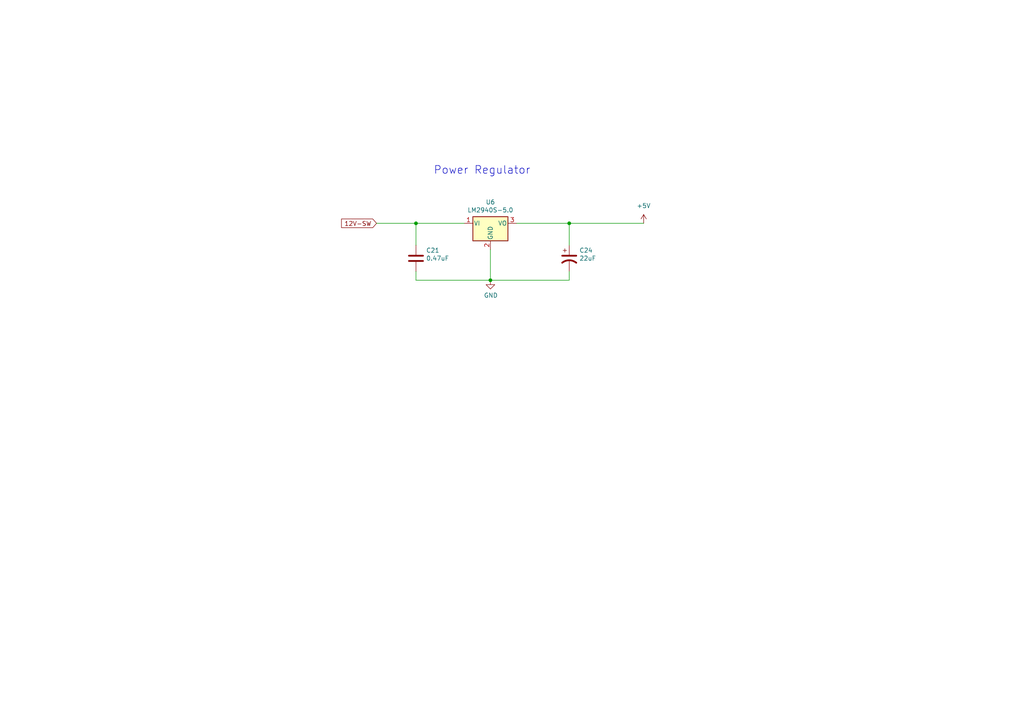
<source format=kicad_sch>
(kicad_sch (version 20231120) (generator "eeschema") (generator_version "8.0")
  (paper "A4")
  (lib_symbols
    (symbol "Device:C" (pin_numbers hide) (pin_names (offset 0.254))
      (property "Reference" "C" (at 0.635 2.54 0))
      (property "Value" "C" (at 0.635 -2.54 0))
      (symbol "C_0_1"
        (polyline (pts (xy -2.032 -0.762) (xy 2.032 -0.762)) (stroke (width 0.508)))
        (polyline (pts (xy -2.032 0.762) (xy 2.032 0.762)) (stroke (width 0.508)))
      )
      (symbol "C_1_1"
        (pin passive line (at 0 3.81 270) (length 2.794) (name "~") (number "1"))
        (pin passive line (at 0 -3.81 90) (length 2.794) (name "~") (number "2"))
      )
    )
    (symbol "Device:CP1" (pin_numbers hide) (pin_names (offset 0.254) hide)
      (property "Reference" "C" (at 0.635 2.54 0))
      (property "Value" "Device_CP1" (at 0.635 -2.54 0))
      (symbol "CP1_0_1"
        (polyline (pts (xy -2.032 0.762) (xy 2.032 0.762)) (stroke (width 0.508)))
        (polyline (pts (xy -1.778 2.286) (xy -0.762 2.286)))
        (polyline (pts (xy -1.27 1.778) (xy -1.27 2.794)))
        (arc (start 2.032 -1.27) (mid 0 -0.5572) (end -2.032 -1.27) (stroke (width 0.508)))
      )
      (symbol "CP1_1_1"
        (pin passive line (at 0 3.81 270) (length 2.794) (name "~") (number "1"))
        (pin passive line (at 0 -3.81 90) (length 3.302) (name "~") (number "2"))
      )
    )
    (symbol "Regulator_Linear:LM2937xS" (pin_names (offset 0.254))
      (property "Reference" "U" (at -3.81 3.175 0))
      (property "Value" "LM2937xS" (at 0 3.175 0))
      (symbol "LM2937xS_0_1"
        (rectangle (start -5.08 -5.08) (end 5.08 1.905) (stroke (width 0.254)) (fill (type background)))
      )
      (symbol "LM2937xS_1_1"
        (pin power_in line (at -7.62 0 0) (length 2.54) (name "VI") (number "1"))
        (pin power_in line (at 0 -7.62 90) (length 2.54) (name "GND") (number "2"))
        (pin power_out line (at 7.62 0 180) (length 2.54) (name "VO") (number "3"))
      )
    )
    (symbol "power:+5V" (power) (pin_numbers hide) (pin_names (offset 0) hide)
      (property "Value" "+5V" (at 0 3.556 0))
      (symbol "+5V_0_1"
        (polyline (pts (xy -0.762 1.27) (xy 0 2.54)))
        (polyline (pts (xy 0 0) (xy 0 2.54)))
        (polyline (pts (xy 0 2.54) (xy 0.762 1.27)))
      )
      (symbol "+5V_1_1"
        (pin power_in line (at 0 0 90) (length 0) (name "~") (number "1"))
      )
    )
    (symbol "power:GND" (power) (pin_numbers hide) (pin_names (offset 0) hide)
      (property "Value" "GND" (at 0 -3.81 0))
      (symbol "GND_0_1"
        (polyline (pts (xy 0 0) (xy 0 -1.27) (xy 1.27 -1.27) (xy 0 -2.54) (xy -1.27 -1.27) (xy 0 -1.27)))
      )
      (symbol "GND_1_1"
        (pin power_in line (at 0 0 270) (length 0) (name "~") (number "1"))
      )
    )
  )
  (junction (at 142.24 81.28))
  (junction (at 120.65 64.77))
  (junction (at 165.1 64.77))
  (wire (pts (xy 165.1 78.74) (xy 165.1 81.28)))
  (wire (pts (xy 120.65 78.74) (xy 120.65 81.28)))
  (wire (pts (xy 142.24 81.28) (xy 165.1 81.28)))
  (wire (pts (xy 120.65 81.28) (xy 142.24 81.28)))
  (wire (pts (xy 109.22 64.77) (xy 120.65 64.77)))
  (wire (pts (xy 149.86 64.77) (xy 165.1 64.77)))
  (wire (pts (xy 186.69 64.77) (xy 165.1 64.77)))
  (wire (pts (xy 120.65 71.12) (xy 120.65 64.77)))
  (wire (pts (xy 120.65 64.77) (xy 134.62 64.77)))
  (wire (pts (xy 142.24 72.39) (xy 142.24 81.28)))
  (wire (pts (xy 165.1 64.77) (xy 165.1 71.12)))
  (text "Power Regulator" (at 125.73 50.8 0) (effects (font (size 2.2606 2.2606)) (justify left bottom)))
  (global_label "12V-SW" (shape input) (at 109.22 64.77 180) (property "Intersheetrefs" "${INTERSHEET_REFS}" (effects (hide yes))))
  (symbol (lib_id "Regulator_Linear:LM2937xS") (at 142.24 64.77 0) (unit 1)
    (property "Reference" "U6" (at 142.24 58.6232 0))
    (property "Value" "LM2940S-5.0" (at 142.24 60.9346 0))
    (property "Footprint" "Package_TO_SOT_THT:TO-220-3_Horizontal_TabDown" (effects (hide yes)))
    (property "Digikey Part Number" "NCV7805BTGOS-ND" (effects (hide yes)))
    (property "Manufacturer_Name" "ON Semi" (effects (hide yes)))
    (property "Manufacturer_Part_Number" "NCV7805BTG" (effects (hide yes)))
    (property "URL" "https://www.digikey.com.au/product-detail/en/on-semiconductor/NCV7805BTG/NCV7805BTGOS-ND/921437" (effects (hide yes)))
  )
  (symbol (lib_id "Device:CP1") (at 165.1 74.93 0) (unit 1)
    (property "Reference" "C24" (at 168.021 72.6186 0) (effects (justify left)))
    (property "Value" "22uF" (at 168.021 74.93 0) (effects (justify left)))
    (property "Footprint" "Capacitor_THT:CP_Radial_D8.0mm_P5.00mm" (effects (hide yes)))
    (property "Digikey Part Number" "P19658CT-ND" (effects (hide yes)))
    (property "Manufacturer_Name" "Panasonic" (effects (hide yes)))
    (property "Manufacturer_Part_Number" "EEU-FC1H470B" (effects (hide yes)))
  )
  (symbol (lib_id "power:+5V") (at 186.69 64.77 0) (unit 1)
    (property "Reference" "#PWR053" (effects (hide yes)))
    (property "Value" "+5V" (at 186.69 59.69 0))
    (property "Description" "Power symbol creates a global label with name \"+5V\"" (effects (hide yes)))
  )
  (symbol (lib_id "power:GND") (at 142.24 81.28 0) (unit 1)
    (property "Reference" "#PWR056" (effects (hide yes)))
    (property "Value" "GND" (at 142.367 85.6742 0))
  )
  (symbol (lib_id "Device:C") (at 120.65 74.93 0) (unit 1)
    (property "Reference" "C21" (at 123.571 72.6186 0) (effects (justify left)))
    (property "Value" "0.47uF" (at 123.571 74.93 0) (effects (justify left)))
    (property "Footprint" "Capacitor_THT:C_Disc_D5.0mm_W2.5mm_P2.50mm" (effects (hide yes)))
    (property "Voltage" "50v" (effects (hide yes)))
    (property "Digikey Part Number" "445-180563-1-ND" (effects (hide yes)))
    (property "Manufacturer_Name" "TDK" (effects (hide yes)))
    (property "Manufacturer_Part_Number" "FA18X8R1E104KNU06" (effects (hide yes)))
    (property "URL" "https://www.digikey.com.au/product-detail/en/tdk-corporation/FA18X8R1E104KNU06/445-180563-1-ND/9560689" (effects (hide yes)))
  )
)
</source>
